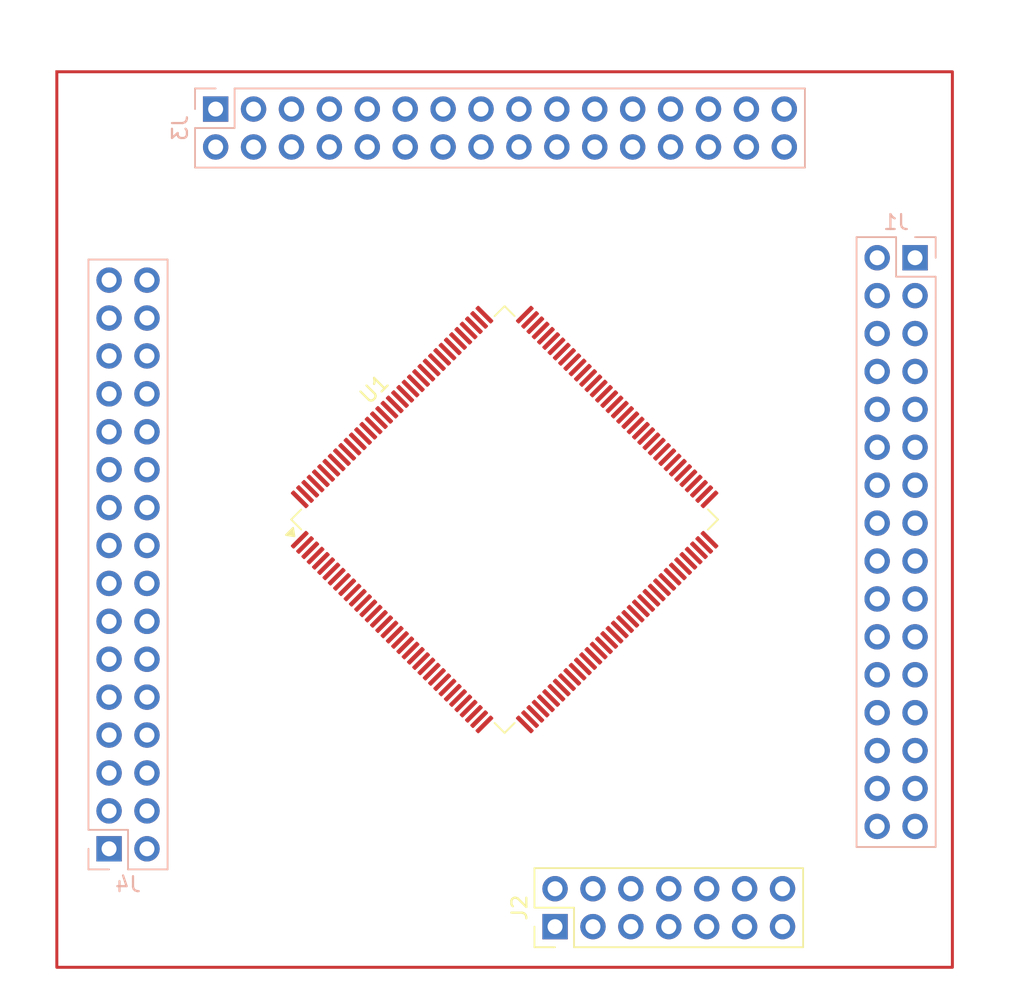
<source format=kicad_pcb>
(kicad_pcb (version 20241229) (generator "pcbnew") (generator_version "9.0")
  (layers (0 "F.Cu" signal) (2 "B.Cu" signal) (13 "F.Paste" user) (15 "B.Paste" user) (5 "F.SilkS" user "F.Silkscreen") (7 "B.SilkS" user "B.Silkscreen") (1 "F.Mask" user) (3 "B.Mask" user) (25 "Edge.Cuts" user))
  (net 0 "")
  (net 3 "GND")
  (net 7 "+3.3V")
  (net 14 "/VDDLDO")
  (net 19 "/VCAP1")
  (net 21 "Net-(J2-JTMS{slash}SWDIO)")
  (net 22 "Net-(J2-VCP_TX)")
  (net 25 "Net-(J2-VCP_RX)")
  (net 27 "Net-(J2-JTDO{slash}SWO)")
  (net 28 "Net-(J2-JCLK{slash}SWCLK)")
  (net 29 "Net-(J2-~{RST})")
  (net 30 "Net-(J2-JTDI{slash}NC)")
  (net 31 "/PB2")
  (net 32 "/LSE_OUT")
  (net 33 "/PE14")
  (net 34 "/PE11")
  (net 35 "/PD13")
  (net 36 "/PC1")
  (net 37 "/PC5")
  (net 38 "/PD5")
  (net 39 "/PC13")
  (net 40 "/PC10")
  (net 41 "/VLXSMPS")
  (net 42 "/PC11")
  (net 43 "/PD8")
  (net 44 "/PA2")
  (net 45 "/BOOT0")
  (net 46 "/PG10")
  (net 47 "/PE4")
  (net 48 "/PDR_ON")
  (net 49 "/PA7")
  (net 50 "/PE6")
  (net 51 "/PF9")
  (net 52 "/PC2")
  (net 53 "/PA4")
  (net 54 "/PC14")
  (net 55 "/HSE_IN")
  (net 56 "/PB11")
  (net 57 "/PC3")
  (net 58 "/PE3")
  (net 59 "/PB7")
  (net 60 "/PB6")
  (net 61 "/PD10")
  (net 62 "+3.3VA")
  (net 63 "/PE2")
  (net 64 "/PG11")
  (net 65 "/PG8")
  (net 66 "/PD12")
  (net 67 "/PB1")
  (net 68 "/PD11")
  (net 69 "/PD0")
  (net 70 "/PA10")
  (net 71 "/PC0")
  (net 72 "/PD9")
  (net 73 "/PB4")
  (net 74 "/PC4")
  (net 75 "/PA8")
  (net 76 "/PF6")
  (net 77 "/PD15")
  (net 78 "/PA11")
  (net 79 "/PG7")
  (net 80 "/PB0")
  (net 81 "/PD1")
  (net 82 "/PG9")
  (net 83 "/PE13")
  (net 84 "/PB10")
  (net 85 "/VBUS")
  (net 86 "/PG12")
  (net 87 "/PB13")
  (net 88 "/PF11")
  (net 89 "/PB8")
  (net 90 "/PD7")
  (net 91 "/PC12")
  (net 92 "/PA6")
  (net 93 "/PA0")
  (net 94 "/PD3")
  (net 95 "/PE1")
  (net 96 "/PE0")
  (net 97 "/PE12")
  (net 98 "/VDD33_USB")
  (net 99 "/PG6")
  (net 100 "/VREF+")
  (net 101 "/PD2")
  (net 102 "/PF14")
  (net 103 "/PB12")
  (net 104 "/PF8")
  (net 105 "/PG13")
  (net 106 "/LSE_IN")
  (net 107 "/NRST")
  (net 108 "/PA3")
  (net 109 "/PD4")
  (net 110 "/PF15")
  (net 111 "/HSE_OUT")
  (net 112 "/PC7")
  (net 113 "/PE15")
  (net 114 "/PA9")
  (net 115 "/PE5")
  (net 116 "/PE10")
  (net 117 "/PE8")
  (net 118 "/PC8")
  (net 119 "/PA12")
  (net 120 "/PG14")
  (net 121 "/PC9")
  (net 122 "/PD6")
  (net 123 "/PB9")
  (net 124 "/PC6")
  (net 125 "/PE9")
  (net 126 "/PD14")
  (net 127 "/PA5")
  (net 128 "/JTDO{slash}SWO")
  (net 129 "/PF10")
  (net 130 "/PE7")
  (net 131 "/PC15")
  (net 132 "/PB5")
  (net 133 "/JTDI")
  (net 134 "/PF7")
  (net 135 "/PA1")
  (net 136 "/JTMS{slash}SWDIO")
  (footprint "Connector_PinHeader_2.54mm:PinHeader_2x07_P2.54mm_Vertical" (layer "F.Cu") (at 103.38 127.275 90)
    (property "Reference" "J2" (at 1.27 -2.38 90) (layer "F.SilkS"))
    (property "Value" "Conn_ST_STDC14")
    (fp_line (start 3.92 -1.38) (end 3.92 16.62) (stroke (width 0.12)) (layer "F.SilkS"))
    (fp_line (start 1.27 -1.38) (end 3.92 -1.38) (stroke (width 0.12)) (layer "F.SilkS"))
    (fp_line (start -1.38 -1.38) (end 0 -1.38) (stroke (width 0.12)) (layer "F.SilkS"))
    (fp_line (start -1.38 0) (end -1.38 -1.38) (stroke (width 0.12)) (layer "F.SilkS"))
    (fp_line (start 1.27 1.27) (end 1.27 -1.38) (stroke (width 0.12)) (layer "F.SilkS"))
    (fp_line (start -1.38 1.27) (end 1.27 1.27) (stroke (width 0.12)) (layer "F.SilkS"))
    (fp_line (start -1.38 1.27) (end -1.38 16.62) (stroke (width 0.12)) (layer "F.SilkS"))
    (fp_line (start -1.38 16.62) (end 3.92 16.62) (stroke (width 0.12)) (layer "F.SilkS"))
    (pad "1" thru_hole rect (at 0 0 90) (size 1.7 1.7) (drill 1) (layers "*.Cu" "*.Mask"))
    (pad "2" thru_hole circle (at 2.54 0 90) (size 1.7 1.7) (drill 1) (layers "*.Cu" "*.Mask"))
    (pad "3" thru_hole circle (at 0 2.54 90) (size 1.7 1.7) (drill 1) (layers "*.Cu" "*.Mask") (net 7 "+3.3V"))
    (pad "4" thru_hole circle (at 2.54 2.54 90) (size 1.7 1.7) (drill 1) (layers "*.Cu" "*.Mask") (net 21 "Net-(J2-JTMS{slash}SWDIO)"))
    (pad "5" thru_hole circle (at 0 5.08 90) (size 1.7 1.7) (drill 1) (layers "*.Cu" "*.Mask") (net 3 "GND"))
    (pad "6" thru_hole circle (at 2.54 5.08 90) (size 1.7 1.7) (drill 1) (layers "*.Cu" "*.Mask") (net 28 "Net-(J2-JCLK{slash}SWCLK)"))
    (pad "7" thru_hole circle (at 0 7.62 90) (size 1.7 1.7) (drill 1) (layers "*.Cu" "*.Mask") (net 3 "GND"))
    (pad "8" thru_hole circle (at 2.54 7.62 90) (size 1.7 1.7) (drill 1) (layers "*.Cu" "*.Mask") (net 27 "Net-(J2-JTDO{slash}SWO)"))
    (pad "9" thru_hole circle (at 0 10.16 90) (size 1.7 1.7) (drill 1) (layers "*.Cu" "*.Mask"))
    (pad "10" thru_hole circle (at 2.54 10.16 90) (size 1.7 1.7) (drill 1) (layers "*.Cu" "*.Mask") (net 30 "Net-(J2-JTDI{slash}NC)"))
    (pad "11" thru_hole circle (at 0 12.7 90) (size 1.7 1.7) (drill 1) (layers "*.Cu" "*.Mask") (net 3 "GND"))
    (pad "12" thru_hole circle (at 2.54 12.7 90) (size 1.7 1.7) (drill 1) (layers "*.Cu" "*.Mask") (net 29 "Net-(J2-~{RST})"))
    (pad "13" thru_hole circle (at 0 15.24 90) (size 1.7 1.7) (drill 1) (layers "*.Cu" "*.Mask") (net 25 "Net-(J2-VCP_RX)"))
    (pad "14" thru_hole circle (at 2.54 15.24 90) (size 1.7 1.7) (drill 1) (layers "*.Cu" "*.Mask") (net 22 "Net-(J2-VCP_TX)"))
  )
  (footprint "Package_QFP:LQFP-144_20x20mm_P0.5mm" (layer "F.Cu") (at 100 100 45)
    (property "Reference" "U1" (at 0 -12.35 45) (layer "F.SilkS"))
    (property "Value" "STM32H755ZITx")
    (fp_line (start -10.11 -10.11) (end -9.160001 -10.11) (stroke (width 0.12)) (layer "F.SilkS"))
    (fp_line (start -10.11 -9.160001) (end -10.11 -10.11) (stroke (width 0.12)) (layer "F.SilkS"))
    (fp_line (start 9.160001 -10.11) (end 10.11 -10.11) (stroke (width 0.12)) (layer "F.SilkS"))
    (fp_line (start 10.11 -10.11) (end 10.11 -9.160001) (stroke (width 0.12)) (layer "F.SilkS"))
    (fp_line (start -10.11 10.11) (end -10.11 9.160001) (stroke (width 0.12)) (layer "F.SilkS"))
    (fp_line (start -9.160001 10.11) (end -10.11 10.11) (stroke (width 0.12)) (layer "F.SilkS"))
    (fp_line (start 10.11 9.160001) (end 10.11 10.11) (stroke (width 0.12)) (layer "F.SilkS"))
    (fp_line (start 10.11 10.11) (end 9.160001 10.11) (stroke (width 0.12)) (layer "F.SilkS"))
    (fp_poly (pts (xy -10.75 -9.16) (xy -11.09 -9.63) (xy -10.41 -9.63)) (stroke (width 0.12)) (fill yes) (layer "F.SilkS"))
    (pad "1" smd roundrect (at -10.6625 -8.75 45) (size 1.475 0.3) (layers "F.Cu" "F.Mask" "F.Paste") (net 63 "/PE2"))
    (pad "2" smd roundrect (at -10.6625 -8.25 45) (size 1.475 0.3) (layers "F.Cu" "F.Mask" "F.Paste") (net 58 "/PE3"))
    (pad "3" smd roundrect (at -10.662501 -7.75 45) (size 1.475 0.3) (layers "F.Cu" "F.Mask" "F.Paste") (net 47 "/PE4"))
    (pad "4" smd roundrect (at -10.6625 -7.25 45) (size 1.475 0.3) (layers "F.Cu" "F.Mask" "F.Paste") (net 115 "/PE5"))
    (pad "5" smd roundrect (at -10.6625 -6.75 45) (size 1.475 0.3) (layers "F.Cu" "F.Mask" "F.Paste") (net 50 "/PE6"))
    (pad "6" smd roundrect (at -10.6625 -6.249999 45) (size 1.475 0.3) (layers "F.Cu" "F.Mask" "F.Paste") (net 3 "GND"))
    (pad "7" smd roundrect (at -10.6625 -5.75 45) (size 1.475 0.3) (layers "F.Cu" "F.Mask" "F.Paste") (net 7 "+3.3V"))
    (pad "8" smd roundrect (at -10.6625 -5.250001 45) (size 1.475 0.3) (layers "F.Cu" "F.Mask" "F.Paste") (net 7 "+3.3V"))
    (pad "9" smd roundrect (at -10.6625 -4.75 45) (size 1.475 0.3) (layers "F.Cu" "F.Mask" "F.Paste") (net 39 "/PC13"))
    (pad "10" smd roundrect (at -10.6625 -4.25 45) (size 1.475 0.3) (layers "F.Cu" "F.Mask" "F.Paste") (net 54 "/PC14"))
    (pad "11" smd roundrect (at -10.6625 -3.749999 45) (size 1.475 0.3) (layers "F.Cu" "F.Mask" "F.Paste") (net 131 "/PC15"))
    (pad "12" smd roundrect (at -10.6625 -3.25 45) (size 1.475 0.3) (layers "F.Cu" "F.Mask" "F.Paste") (net 3 "GND"))
    (pad "13" smd roundrect (at -10.6625 -2.75 45) (size 1.475 0.3) (layers "F.Cu" "F.Mask" "F.Paste") (net 7 "+3.3V"))
    (pad "14" smd roundrect (at -10.6625 -2.25 45) (size 1.475 0.3) (layers "F.Cu" "F.Mask" "F.Paste") (net 3 "GND"))
    (pad "15" smd roundrect (at -10.6625 -1.75 45) (size 1.475 0.3) (layers "F.Cu" "F.Mask" "F.Paste") (net 41 "/VLXSMPS"))
    (pad "16" smd roundrect (at -10.662501 -1.25 45) (size 1.475 0.3) (layers "F.Cu" "F.Mask" "F.Paste") (net 7 "+3.3V"))
    (pad "17" smd roundrect (at -10.6625 -0.75 45) (size 1.475 0.3) (layers "F.Cu" "F.Mask" "F.Paste") (net 14 "/VDDLDO"))
    (pad "18" smd roundrect (at -10.6625 -0.25 45) (size 1.475 0.3) (layers "F.Cu" "F.Mask" "F.Paste") (net 3 "GND"))
    (pad "19" smd roundrect (at -10.6625 0.25 45) (size 1.475 0.3) (layers "F.Cu" "F.Mask" "F.Paste") (net 7 "+3.3V"))
    (pad "20" smd roundrect (at -10.6625 0.75 45) (size 1.475 0.3) (layers "F.Cu" "F.Mask" "F.Paste") (net 76 "/PF6"))
    (pad "21" smd roundrect (at -10.662501 1.25 45) (size 1.475 0.3) (layers "F.Cu" "F.Mask" "F.Paste") (net 134 "/PF7"))
    (pad "22" smd roundrect (at -10.6625 1.75 45) (size 1.475 0.3) (layers "F.Cu" "F.Mask" "F.Paste") (net 104 "/PF8"))
    (pad "23" smd roundrect (at -10.6625 2.25 45) (size 1.475 0.3) (layers "F.Cu" "F.Mask" "F.Paste") (net 51 "/PF9"))
    (pad "24" smd roundrect (at -10.6625 2.75 45) (size 1.475 0.3) (layers "F.Cu" "F.Mask" "F.Paste") (net 129 "/PF10"))
    (pad "25" smd roundrect (at -10.6625 3.25 45) (size 1.475 0.3) (layers "F.Cu" "F.Mask" "F.Paste") (net 55 "/HSE_IN"))
    (pad "26" smd roundrect (at -10.6625 3.749999 45) (size 1.475 0.3) (layers "F.Cu" "F.Mask" "F.Paste") (net 111 "/HSE_OUT"))
    (pad "27" smd roundrect (at -10.6625 4.25 45) (size 1.475 0.3) (layers "F.Cu" "F.Mask" "F.Paste") (net 107 "/NRST"))
    (pad "28" smd roundrect (at -10.6625 4.75 45) (size 1.475 0.3) (layers "F.Cu" "F.Mask" "F.Paste") (net 71 "/PC0"))
    (pad "29" smd roundrect (at -10.6625 5.250001 45) (size 1.475 0.3) (layers "F.Cu" "F.Mask" "F.Paste") (net 36 "/PC1"))
    (pad "30" smd roundrect (at -10.6625 5.75 45) (size 1.475 0.3) (layers "F.Cu" "F.Mask" "F.Paste") (net 52 "/PC2"))
    (pad "31" smd roundrect (at -10.6625 6.249999 45) (size 1.475 0.3) (layers "F.Cu" "F.Mask" "F.Paste") (net 57 "/PC3"))
    (pad "32" smd roundrect (at -10.6625 6.75 45) (size 1.475 0.3) (layers "F.Cu" "F.Mask" "F.Paste") (net 7 "+3.3V"))
    (pad "33" smd roundrect (at -10.6625 7.25 45) (size 1.475 0.3) (layers "F.Cu" "F.Mask" "F.Paste") (net 3 "GND"))
    (pad "34" smd roundrect (at -10.662501 7.75 45) (size 1.475 0.3) (layers "F.Cu" "F.Mask" "F.Paste") (net 3 "GND"))
    (pad "35" smd roundrect (at -10.6625 8.25 45) (size 1.475 0.3) (layers "F.Cu" "F.Mask" "F.Paste") (net 100 "/VREF+"))
    (pad "36" smd roundrect (at -10.6625 8.75 45) (size 1.475 0.3) (layers "F.Cu" "F.Mask" "F.Paste") (net 62 "+3.3VA"))
    (pad "37" smd roundrect (at -8.75 10.6625 45) (size 0.3 1.475) (layers "F.Cu" "F.Mask" "F.Paste") (net 93 "/PA0"))
    (pad "38" smd roundrect (at -8.25 10.6625 45) (size 0.3 1.475) (layers "F.Cu" "F.Mask" "F.Paste") (net 135 "/PA1"))
    (pad "39" smd roundrect (at -7.75 10.662501 45) (size 0.3 1.475) (layers "F.Cu" "F.Mask" "F.Paste") (net 44 "/PA2"))
    (pad "40" smd roundrect (at -7.25 10.6625 45) (size 0.3 1.475) (layers "F.Cu" "F.Mask" "F.Paste") (net 108 "/PA3"))
    (pad "41" smd roundrect (at -6.75 10.6625 45) (size 0.3 1.475) (layers "F.Cu" "F.Mask" "F.Paste") (net 3 "GND"))
    (pad "42" smd roundrect (at -6.249999 10.6625 45) (size 0.3 1.475) (layers "F.Cu" "F.Mask" "F.Paste") (net 7 "+3.3V"))
    (pad "43" smd roundrect (at -5.75 10.6625 45) (size 0.3 1.475) (layers "F.Cu" "F.Mask" "F.Paste") (net 53 "/PA4"))
    (pad "44" smd roundrect (at -5.250001 10.6625 45) (size 0.3 1.475) (layers "F.Cu" "F.Mask" "F.Paste") (net 127 "/PA5"))
    (pad "45" smd roundrect (at -4.75 10.6625 45) (size 0.3 1.475) (layers "F.Cu" "F.Mask" "F.Paste") (net 92 "/PA6"))
    (pad "46" smd roundrect (at -4.25 10.6625 45) (size 0.3 1.475) (layers "F.Cu" "F.Mask" "F.Paste") (net 49 "/PA7"))
    (pad "47" smd roundrect (at -3.749999 10.6625 45) (size 0.3 1.475) (layers "F.Cu" "F.Mask" "F.Paste") (net 74 "/PC4"))
    (pad "48" smd roundrect (at -3.25 10.6625 45) (size 0.3 1.475) (layers "F.Cu" "F.Mask" "F.Paste") (net 37 "/PC5"))
    (pad "49" smd roundrect (at -2.75 10.6625 45) (size 0.3 1.475) (layers "F.Cu" "F.Mask" "F.Paste") (net 80 "/PB0"))
    (pad "50" smd roundrect (at -2.25 10.6625 45) (size 0.3 1.475) (layers "F.Cu" "F.Mask" "F.Paste") (net 67 "/PB1"))
    (pad "51" smd roundrect (at -1.75 10.6625 45) (size 0.3 1.475) (layers "F.Cu" "F.Mask" "F.Paste") (net 31 "/PB2"))
    (pad "52" smd roundrect (at -1.25 10.662501 45) (size 0.3 1.475) (layers "F.Cu" "F.Mask" "F.Paste") (net 88 "/PF11"))
    (pad "53" smd roundrect (at -0.75 10.6625 45) (size 0.3 1.475) (layers "F.Cu" "F.Mask" "F.Paste") (net 102 "/PF14"))
    (pad "54" smd roundrect (at -0.25 10.6625 45) (size 0.3 1.475) (layers "F.Cu" "F.Mask" "F.Paste") (net 110 "/PF15"))
    (pad "55" smd roundrect (at 0.25 10.6625 45) (size 0.3 1.475) (layers "F.Cu" "F.Mask" "F.Paste") (net 3 "GND"))
    (pad "56" smd roundrect (at 0.75 10.6625 45) (size 0.3 1.475) (layers "F.Cu" "F.Mask" "F.Paste") (net 7 "+3.3V"))
    (pad "57" smd roundrect (at 1.25 10.662501 45) (size 0.3 1.475) (layers "F.Cu" "F.Mask" "F.Paste") (net 130 "/PE7"))
    (pad "58" smd roundrect (at 1.75 10.6625 45) (size 0.3 1.475) (layers "F.Cu" "F.Mask" "F.Paste") (net 117 "/PE8"))
    (pad "59" smd roundrect (at 2.25 10.6625 45) (size 0.3 1.475) (layers "F.Cu" "F.Mask" "F.Paste") (net 125 "/PE9"))
    (pad "60" smd roundrect (at 2.75 10.6625 45) (size 0.3 1.475) (layers "F.Cu" "F.Mask" "F.Paste") (net 116 "/PE10"))
    (pad "61" smd roundrect (at 3.25 10.6625 45) (size 0.3 1.475) (layers "F.Cu" "F.Mask" "F.Paste") (net 34 "/PE11"))
    (pad "62" smd roundrect (at 3.749999 10.6625 45) (size 0.3 1.475) (layers "F.Cu" "F.Mask" "F.Paste") (net 97 "/PE12"))
    (pad "63" smd roundrect (at 4.25 10.6625 45) (size 0.3 1.475) (layers "F.Cu" "F.Mask" "F.Paste") (net 83 "/PE13"))
    (pad "64" smd roundrect (at 4.75 10.6625 45) (size 0.3 1.475) (layers "F.Cu" "F.Mask" "F.Paste") (net 33 "/PE14"))
    (pad "65" smd roundrect (at 5.250001 10.6625 45) (size 0.3 1.475) (layers "F.Cu" "F.Mask" "F.Paste") (net 113 "/PE15"))
    (pad "66" smd roundrect (at 5.75 10.6625 45) (size 0.3 1.475) (layers "F.Cu" "F.Mask" "F.Paste") (net 84 "/PB10"))
    (pad "67" smd roundrect (at 6.249999 10.6625 45) (size 0.3 1.475) (layers "F.Cu" "F.Mask" "F.Paste") (net 56 "/PB11"))
    (pad "68" smd roundrect (at 6.75 10.6625 45) (size 0.3 1.475) (layers "F.Cu" "F.Mask" "F.Paste") (net 19 "/VCAP1"))
    (pad "69" smd roundrect (at 7.25 10.6625 45) (size 0.3 1.475) (layers "F.Cu" "F.Mask" "F.Paste") (net 3 "GND"))
    (pad "70" smd roundrect (at 7.75 10.662501 45) (size 0.3 1.475) (layers "F.Cu" "F.Mask" "F.Paste") (net 14 "/VDDLDO"))
    (pad "71" smd roundrect (at 8.25 10.6625 45) (size 0.3 1.475) (layers "F.Cu" "F.Mask" "F.Paste") (net 7 "+3.3V"))
    (pad "72" smd roundrect (at 8.75 10.6625 45) (size 0.3 1.475) (layers "F.Cu" "F.Mask" "F.Paste") (net 103 "/PB12"))
    (pad "73" smd roundrect (at 10.6625 8.75 45) (size 1.475 0.3) (layers "F.Cu" "F.Mask" "F.Paste") (net 87 "/PB13"))
    (pad "74" smd roundrect (at 10.6625 8.25 45) (size 1.475 0.3) (layers "F.Cu" "F.Mask" "F.Paste") (net 106 "/LSE_IN"))
    (pad "75" smd roundrect (at 10.662501 7.75 45) (size 1.475 0.3) (layers "F.Cu" "F.Mask" "F.Paste") (net 32 "/LSE_OUT"))
    (pad "76" smd roundrect (at 10.6625 7.25 45) (size 1.475 0.3) (layers "F.Cu" "F.Mask" "F.Paste") (net 43 "/PD8"))
    (pad "77" smd roundrect (at 10.6625 6.75 45) (size 1.475 0.3) (layers "F.Cu" "F.Mask" "F.Paste") (net 72 "/PD9"))
    (pad "78" smd roundrect (at 10.6625 6.249999 45) (size 1.475 0.3) (layers "F.Cu" "F.Mask" "F.Paste") (net 61 "/PD10"))
    (pad "79" smd roundrect (at 10.6625 5.75 45) (size 1.475 0.3) (layers "F.Cu" "F.Mask" "F.Paste") (net 7 "+3.3V"))
    (pad "80" smd roundrect (at 10.6625 5.250001 45) (size 1.475 0.3) (layers "F.Cu" "F.Mask" "F.Paste") (net 3 "GND"))
    (pad "81" smd roundrect (at 10.6625 4.75 45) (size 1.475 0.3) (layers "F.Cu" "F.Mask" "F.Paste") (net 68 "/PD11"))
    (pad "82" smd roundrect (at 10.6625 4.25 45) (size 1.475 0.3) (layers "F.Cu" "F.Mask" "F.Paste") (net 66 "/PD12"))
    (pad "83" smd roundrect (at 10.6625 3.749999 45) (size 1.475 0.3) (layers "F.Cu" "F.Mask" "F.Paste") (net 35 "/PD13"))
    (pad "84" smd roundrect (at 10.6625 3.25 45) (size 1.475 0.3) (layers "F.Cu" "F.Mask" "F.Paste") (net 126 "/PD14"))
    (pad "85" smd roundrect (at 10.6625 2.75 45) (size 1.475 0.3) (layers "F.Cu" "F.Mask" "F.Paste") (net 77 "/PD15"))
    (pad "86" smd roundrect (at 10.6625 2.25 45) (size 1.475 0.3) (layers "F.Cu" "F.Mask" "F.Paste") (net 99 "/PG6"))
    (pad "87" smd roundrect (at 10.6625 1.75 45) (size 1.475 0.3) (layers "F.Cu" "F.Mask" "F.Paste") (net 79 "/PG7"))
    (pad "88" smd roundrect (at 10.662501 1.25 45) (size 1.475 0.3) (layers "F.Cu" "F.Mask" "F.Paste") (net 65 "/PG8"))
    (pad "89" smd roundrect (at 10.6625 0.75 45) (size 1.475 0.3) (layers "F.Cu" "F.Mask" "F.Paste") (net 3 "GND"))
    (pad "90" smd roundrect (at 10.6625 0.25 45) (size 1.475 0.3) (layers "F.Cu" "F.Mask" "F.Paste") (net 85 "/VBUS"))
    (pad "91" smd roundrect (at 10.6625 -0.25 45) (size 1.475 0.3) (layers "F.Cu" "F.Mask" "F.Paste") (net 98 "/VDD33_USB"))
    (pad "92" smd roundrect (at 10.6625 -0.75 45) (size 1.475 0.3) (layers "F.Cu" "F.Mask" "F.Paste") (net 7 "+3.3V"))
    (pad "93" smd roundrect (at 10.662501 -1.25 45) (size 1.475 0.3) (layers "F.Cu" "F.Mask" "F.Paste") (net 124 "/PC6"))
    (pad "94" smd roundrect (at 10.6625 -1.75 45) (size 1.475 0.3) (layers "F.Cu" "F.Mask" "F.Paste") (net 112 "/PC7"))
    (pad "95" smd roundrect (at 10.6625 -2.25 45) (size 1.475 0.3) (layers "F.Cu" "F.Mask" "F.Paste") (net 118 "/PC8"))
    (pad "96" smd roundrect (at 10.6625 -2.75 45) (size 1.475 0.3) (layers "F.Cu" "F.Mask" "F.Paste") (net 121 "/PC9"))
    (pad "97" smd roundrect (at 10.6625 -3.25 45) (size 1.475 0.3) (layers "F.Cu" "F.Mask" "F.Paste") (net 75 "/PA8"))
    (pad "98" smd roundrect (at 10.6625 -3.749999 45) (size 1.475 0.3) (layers "F.Cu" "F.Mask" "F.Paste") (net 114 "/PA9"))
    (pad "99" smd roundrect (at 10.6625 -4.25 45) (size 1.475 0.3) (layers "F.Cu" "F.Mask" "F.Paste") (net 70 "/PA10"))
    (pad "100" smd roundrect (at 10.6625 -4.75 45) (size 1.475 0.3) (layers "F.Cu" "F.Mask" "F.Paste") (net 78 "/PA11"))
    (pad "101" smd roundrect (at 10.6625 -5.250001 45) (size 1.475 0.3) (layers "F.Cu" "F.Mask" "F.Paste") (net 119 "/PA12"))
    (pad "102" smd roundrect (at 10.6625 -5.75 45) (size 1.475 0.3) (layers "F.Cu" "F.Mask" "F.Paste") (net 136 "/JTMS{slash}SWDIO"))
    (pad "103" smd roundrect (at 10.6625 -6.249999 45) (size 1.475 0.3) (layers "F.Cu" "F.Mask" "F.Paste") (net 19 "/VCAP1"))
    (pad "104" smd roundrect (at 10.6625 -6.75 45) (size 1.475 0.3) (layers "F.Cu" "F.Mask" "F.Paste") (net 3 "GND"))
    (pad "105" smd roundrect (at 10.6625 -7.25 45) (size 1.475 0.3) (layers "F.Cu" "F.Mask" "F.Paste") (net 14 "/VDDLDO"))
    (pad "106" smd roundrect (at 10.662501 -7.75 45) (size 1.475 0.3) (layers "F.Cu" "F.Mask" "F.Paste") (net 7 "+3.3V"))
    (pad "107" smd roundrect (at 10.6625 -8.25 45) (size 1.475 0.3) (layers "F.Cu" "F.Mask" "F.Paste") (net 128 "/JTDO{slash}SWO"))
    (pad "108" smd roundrect (at 10.6625 -8.75 45) (size 1.475 0.3) (layers "F.Cu" "F.Mask" "F.Paste") (net 133 "/JTDI"))
    (pad "109" smd roundrect (at 8.75 -10.6625 45) (size 0.3 1.475) (layers "F.Cu" "F.Mask" "F.Paste") (net 40 "/PC10"))
    (pad "110" smd roundrect (at 8.25 -10.6625 45) (size 0.3 1.475) (layers "F.Cu" "F.Mask" "F.Paste") (net 42 "/PC11"))
    (pad "111" smd roundrect (at 7.75 -10.662501 45) (size 0.3 1.475) (layers "F.Cu" "F.Mask" "F.Paste") (net 91 "/PC12"))
    (pad "112" smd roundrect (at 7.25 -10.6625 45) (size 0.3 1.475) (layers "F.Cu" "F.Mask" "F.Paste") (net 69 "/PD0"))
    (pad "113" smd roundrect (at 6.75 -10.6625 45) (size 0.3 1.475) (layers "F.Cu" "F.Mask" "F.Paste") (net 81 "/PD1"))
    (pad "114" smd roundrect (at 6.249999 -10.6625 45) (size 0.3 1.475) (layers "F.Cu" "F.Mask" "F.Paste") (net 101 "/PD2"))
    (pad "115" smd roundrect (at 5.75 -10.6625 45) (size 0.3 1.475) (layers "F.Cu" "F.Mask" "F.Paste") (net 94 "/PD3"))
    (pad "116" smd roundrect (at 5.250001 -10.6625 45) (size 0.3 1.475) (layers "F.Cu" "F.Mask" "F.Paste") (net 109 "/PD4"))
    (pad "117" smd roundrect (at 4.75 -10.6625 45) (size 0.3 1.475) (layers "F.Cu" "F.Mask" "F.Paste") (net 38 "/PD5"))
    (pad "118" smd roundrect (at 4.25 -10.6625 45) (size 0.3 1.475) (layers "F.Cu" "F.Mask" "F.Paste") (net 3 "GND"))
    (pad "119" smd roundrect (at 3.749999 -10.6625 45) (size 0.3 1.475) (layers "F.Cu" "F.Mask" "F.Paste") (net 7 "+3.3V"))
    (pad "120" smd roundrect (at 3.25 -10.6625 45) (size 0.3 1.475) (layers "F.Cu" "F.Mask" "F.Paste") (net 122 "/PD6"))
    (pad "121" smd roundrect (at 2.75 -10.6625 45) (size 0.3 1.475) (layers "F.Cu" "F.Mask" "F.Paste") (net 90 "/PD7"))
    (pad "122" smd roundrect (at 2.25 -10.6625 45) (size 0.3 1.475) (layers "F.Cu" "F.Mask" "F.Paste") (net 82 "/PG9"))
    (pad "123" smd roundrect (at 1.75 -10.6625 45) (size 0.3 1.475) (layers "F.Cu" "F.Mask" "F.Paste") (net 46 "/PG10"))
    (pad "124" smd roundrect (at 1.25 -10.662501 45) (size 0.3 1.475) (layers "F.Cu" "F.Mask" "F.Paste") (net 64 "/PG11"))
    (pad "125" smd roundrect (at 0.75 -10.6625 45) (size 0.3 1.475) (layers "F.Cu" "F.Mask" "F.Paste") (net 86 "/PG12"))
    (pad "126" smd roundrect (at 0.25 -10.6625 45) (size 0.3 1.475) (layers "F.Cu" "F.Mask" "F.Paste") (net 105 "/PG13"))
    (pad "127" smd roundrect (at -0.25 -10.6625 45) (size 0.3 1.475) (layers "F.Cu" "F.Mask" "F.Paste") (net 120 "/PG14"))
    (pad "128" smd roundrect (at -0.75 -10.6625 45) (size 0.3 1.475) (layers "F.Cu" "F.Mask" "F.Paste") (net 3 "GND"))
    (pad "129" smd roundrect (at -1.25 -10.662501 45) (size 0.3 1.475) (layers "F.Cu" "F.Mask" "F.Paste") (net 7 "+3.3V"))
    (pad "130" smd roundrect (at -1.75 -10.6625 45) (size 0.3 1.475) (layers "F.Cu" "F.Mask" "F.Paste") (net 128 "/JTDO{slash}SWO"))
    (pad "131" smd roundrect (at -2.25 -10.6625 45) (size 0.3 1.475) (layers "F.Cu" "F.Mask" "F.Paste") (net 73 "/PB4"))
    (pad "132" smd roundrect (at -2.75 -10.6625 45) (size 0.3 1.475) (layers "F.Cu" "F.Mask" "F.Paste") (net 132 "/PB5"))
    (pad "133" smd roundrect (at -3.25 -10.6625 45) (size 0.3 1.475) (layers "F.Cu" "F.Mask" "F.Paste") (net 60 "/PB6"))
    (pad "134" smd roundrect (at -3.749999 -10.6625 45) (size 0.3 1.475) (layers "F.Cu" "F.Mask" "F.Paste") (net 59 "/PB7"))
    (pad "135" smd roundrect (at -4.25 -10.6625 45) (size 0.3 1.475) (layers "F.Cu" "F.Mask" "F.Paste") (net 45 "/BOOT0"))
    (pad "136" smd roundrect (at -4.75 -10.6625 45) (size 0.3 1.475) (layers "F.Cu" "F.Mask" "F.Paste") (net 89 "/PB8"))
    (pad "137" smd roundrect (at -5.250001 -10.6625 45) (size 0.3 1.475) (layers "F.Cu" "F.Mask" "F.Paste") (net 123 "/PB9"))
    (pad "138" smd roundrect (at -5.75 -10.6625 45) (size 0.3 1.475) (layers "F.Cu" "F.Mask" "F.Paste") (net 96 "/PE0"))
    (pad "139" smd roundrect (at -6.249999 -10.6625 45) (size 0.3 1.475) (layers "F.Cu" "F.Mask" "F.Paste") (net 95 "/PE1"))
    (pad "140" smd roundrect (at -6.75 -10.6625 45) (size 0.3 1.475) (layers "F.Cu" "F.Mask" "F.Paste") (net 19 "/VCAP1"))
    (pad "141" smd roundrect (at -7.25 -10.6625 45) (size 0.3 1.475) (layers "F.Cu" "F.Mask" "F.Paste") (net 3 "GND"))
    (pad "142" smd roundrect (at -7.75 -10.662501 45) (size 0.3 1.475) (layers "F.Cu" "F.Mask" "F.Paste") (net 48 "/PDR_ON"))
    (pad "143" smd roundrect (at -8.25 -10.6625 45) (size 0.3 1.475) (layers "F.Cu" "F.Mask" "F.Paste") (net 14 "/VDDLDO"))
    (pad "144" smd roundrect (at -8.75 -10.6625 45) (size 0.3 1.475) (layers "F.Cu" "F.Mask" "F.Paste") (net 7 "+3.3V"))
  )
  (footprint "Connector_PinHeader_2.54mm:PinHeader_2x16_P2.54mm_Vertical" (layer "B.Cu") (at 127.5 82.46 180)
    (property "Reference" "J1" (at 1.27 2.38 0) (layer "B.SilkS") (effects (justify mirror)))
    (property "Value" "Conn_02x16_Odd_Even")
    (fp_line (start 3.92 1.38) (end 3.92 -39.48) (stroke (width 0.12)) (layer "B.SilkS"))
    (fp_line (start 1.27 1.38) (end 3.92 1.38) (stroke (width 0.12)) (layer "B.SilkS"))
    (fp_line (start 1.27 -1.27) (end 1.27 1.38) (stroke (width 0.12)) (layer "B.SilkS"))
    (fp_line (start -1.38 1.38) (end 0 1.38) (stroke (width 0.12)) (layer "B.SilkS"))
    (fp_line (start -1.38 0) (end -1.38 1.38) (stroke (width 0.12)) (layer "B.SilkS"))
    (fp_line (start -1.38 -1.27) (end 1.27 -1.27) (stroke (width 0.12)) (layer "B.SilkS"))
    (fp_line (start -1.38 -1.27) (end -1.38 -39.48) (stroke (width 0.12)) (layer "B.SilkS"))
    (fp_line (start -1.38 -39.48) (end 3.92 -39.48) (stroke (width 0.12)) (layer "B.SilkS"))
    (pad "1" thru_hole rect (at 0 0 180) (size 1.7 1.7) (drill 1) (layers "*.Cu" "*.Mask"))
    (pad "2" thru_hole circle (at 2.54 0 180) (size 1.7 1.7) (drill 1) (layers "*.Cu" "*.Mask"))
    (pad "3" thru_hole circle (at 0 -2.54 180) (size 1.7 1.7) (drill 1) (layers "*.Cu" "*.Mask"))
    (pad "4" thru_hole circle (at 2.54 -2.54 180) (size 1.7 1.7) (drill 1) (layers "*.Cu" "*.Mask"))
    (pad "5" thru_hole circle (at 0 -5.08 180) (size 1.7 1.7) (drill 1) (layers "*.Cu" "*.Mask"))
    (pad "6" thru_hole circle (at 2.54 -5.08 180) (size 1.7 1.7) (drill 1) (layers "*.Cu" "*.Mask"))
    (pad "7" thru_hole circle (at 0 -7.62 180) (size 1.7 1.7) (drill 1) (layers "*.Cu" "*.Mask"))
    (pad "8" thru_hole circle (at 2.54 -7.62 180) (size 1.7 1.7) (drill 1) (layers "*.Cu" "*.Mask"))
    (pad "9" thru_hole circle (at 0 -10.16 180) (size 1.7 1.7) (drill 1) (layers "*.Cu" "*.Mask"))
    (pad "10" thru_hole circle (at 2.54 -10.16 180) (size 1.7 1.7) (drill 1) (layers "*.Cu" "*.Mask"))
    (pad "11" thru_hole circle (at 0 -12.7 180) (size 1.7 1.7) (drill 1) (layers "*.Cu" "*.Mask"))
    (pad "12" thru_hole circle (at 2.54 -12.7 180) (size 1.7 1.7) (drill 1) (layers "*.Cu" "*.Mask"))
    (pad "13" thru_hole circle (at 0 -15.24 180) (size 1.7 1.7) (drill 1) (layers "*.Cu" "*.Mask"))
    (pad "14" thru_hole circle (at 2.54 -15.24 180) (size 1.7 1.7) (drill 1) (layers "*.Cu" "*.Mask"))
    (pad "15" thru_hole circle (at 0 -17.78 180) (size 1.7 1.7) (drill 1) (layers "*.Cu" "*.Mask"))
    (pad "16" thru_hole circle (at 2.54 -17.78 180) (size 1.7 1.7) (drill 1) (layers "*.Cu" "*.Mask"))
    (pad "17" thru_hole circle (at 0 -20.32 180) (size 1.7 1.7) (drill 1) (layers "*.Cu" "*.Mask"))
    (pad "18" thru_hole circle (at 2.54 -20.32 180) (size 1.7 1.7) (drill 1) (layers "*.Cu" "*.Mask"))
    (pad "19" thru_hole circle (at 0 -22.86 180) (size 1.7 1.7) (drill 1) (layers "*.Cu" "*.Mask"))
    (pad "20" thru_hole circle (at 2.54 -22.86 180) (size 1.7 1.7) (drill 1) (layers "*.Cu" "*.Mask"))
    (pad "21" thru_hole circle (at 0 -25.4 180) (size 1.7 1.7) (drill 1) (layers "*.Cu" "*.Mask"))
    (pad "22" thru_hole circle (at 2.54 -25.4 180) (size 1.7 1.7) (drill 1) (layers "*.Cu" "*.Mask"))
    (pad "23" thru_hole circle (at 0 -27.94 180) (size 1.7 1.7) (drill 1) (layers "*.Cu" "*.Mask"))
    (pad "24" thru_hole circle (at 2.54 -27.94 180) (size 1.7 1.7) (drill 1) (layers "*.Cu" "*.Mask"))
    (pad "25" thru_hole circle (at 0 -30.48 180) (size 1.7 1.7) (drill 1) (layers "*.Cu" "*.Mask"))
    (pad "26" thru_hole circle (at 2.54 -30.48 180) (size 1.7 1.7) (drill 1) (layers "*.Cu" "*.Mask"))
    (pad "27" thru_hole circle (at 0 -33.02 180) (size 1.7 1.7) (drill 1) (layers "*.Cu" "*.Mask"))
    (pad "28" thru_hole circle (at 2.54 -33.02 180) (size 1.7 1.7) (drill 1) (layers "*.Cu" "*.Mask"))
    (pad "29" thru_hole circle (at 0 -35.56 180) (size 1.7 1.7) (drill 1) (layers "*.Cu" "*.Mask"))
    (pad "30" thru_hole circle (at 2.54 -35.56 180) (size 1.7 1.7) (drill 1) (layers "*.Cu" "*.Mask"))
    (pad "31" thru_hole circle (at 0 -38.1 180) (size 1.7 1.7) (drill 1) (layers "*.Cu" "*.Mask"))
    (pad "32" thru_hole circle (at 2.54 -38.1 180) (size 1.7 1.7) (drill 1) (layers "*.Cu" "*.Mask"))
  )
  (footprint "Connector_PinHeader_2.54mm:PinHeader_2x16_P2.54mm_Vertical" (layer "B.Cu") (at 73.5 122.06)
    (property "Reference" "J4" (at 1.27 2.38 180) (layer "B.SilkS") (effects (justify mirror)))
    (property "Value" "Conn_02x16_Odd_Even")
    (fp_line (start -1.38 -39.48) (end 3.92 -39.48) (stroke (width 0.12)) (layer "B.SilkS"))
    (fp_line (start -1.38 -1.27) (end -1.38 -39.48) (stroke (width 0.12)) (layer "B.SilkS"))
    (fp_line (start -1.38 -1.27) (end 1.27 -1.27) (stroke (width 0.12)) (layer "B.SilkS"))
    (fp_line (start -1.38 0) (end -1.38 1.38) (stroke (width 0.12)) (layer "B.SilkS"))
    (fp_line (start -1.38 1.38) (end 0 1.38) (stroke (width 0.12)) (layer "B.SilkS"))
    (fp_line (start 1.27 -1.27) (end 1.27 1.38) (stroke (width 0.12)) (layer "B.SilkS"))
    (fp_line (start 1.27 1.38) (end 3.92 1.38) (stroke (width 0.12)) (layer "B.SilkS"))
    (fp_line (start 3.92 1.38) (end 3.92 -39.48) (stroke (width 0.12)) (layer "B.SilkS"))
    (pad "1" thru_hole rect (at 0 0) (size 1.7 1.7) (drill 1) (layers "*.Cu" "*.Mask"))
    (pad "2" thru_hole circle (at 2.54 0) (size 1.7 1.7) (drill 1) (layers "*.Cu" "*.Mask"))
    (pad "3" thru_hole circle (at 0 -2.54) (size 1.7 1.7) (drill 1) (layers "*.Cu" "*.Mask"))
    (pad "4" thru_hole circle (at 2.54 -2.54) (size 1.7 1.7) (drill 1) (layers "*.Cu" "*.Mask"))
    (pad "5" thru_hole circle (at 0 -5.08) (size 1.7 1.7) (drill 1) (layers "*.Cu" "*.Mask"))
    (pad "6" thru_hole circle (at 2.54 -5.08) (size 1.7 1.7) (drill 1) (layers "*.Cu" "*.Mask"))
    (pad "7" thru_hole circle (at 0 -7.62) (size 1.7 1.7) (drill 1) (layers "*.Cu" "*.Mask"))
    (pad "8" thru_hole circle (at 2.54 -7.62) (size 1.7 1.7) (drill 1) (layers "*.Cu" "*.Mask"))
    (pad "9" thru_hole circle (at 0 -10.16) (size 1.7 1.7) (drill 1) (layers "*.Cu" "*.Mask"))
    (pad "10" thru_hole circle (at 2.54 -10.16) (size 1.7 1.7) (drill 1) (layers "*.Cu" "*.Mask"))
    (pad "11" thru_hole circle (at 0 -12.7) (size 1.7 1.7) (drill 1) (layers "*.Cu" "*.Mask"))
    (pad "12" thru_hole circle (at 2.54 -12.7) (size 1.7 1.7) (drill 1) (layers "*.Cu" "*.Mask"))
    (pad "13" thru_hole circle (at 0 -15.24) (size 1.7 1.7) (drill 1) (layers "*.Cu" "*.Mask"))
    (pad "14" thru_hole circle (at 2.54 -15.24) (size 1.7 1.7) (drill 1) (layers "*.Cu" "*.Mask"))
    (pad "15" thru_hole circle (at 0 -17.78) (size 1.7 1.7) (drill 1) (layers "*.Cu" "*.Mask"))
    (pad "16" thru_hole circle (at 2.54 -17.78) (size 1.7 1.7) (drill 1) (layers "*.Cu" "*.Mask"))
    (pad "17" thru_hole circle (at 0 -20.32) (size 1.7 1.7) (drill 1) (layers "*.Cu" "*.Mask"))
    (pad "18" thru_hole circle (at 2.54 -20.32) (size 1.7 1.7) (drill 1) (layers "*.Cu" "*.Mask"))
    (pad "19" thru_hole circle (at 0 -22.86) (size 1.7 1.7) (drill 1) (layers "*.Cu" "*.Mask"))
    (pad "20" thru_hole circle (at 2.54 -22.86) (size 1.7 1.7) (drill 1) (layers "*.Cu" "*.Mask"))
    (pad "21" thru_hole circle (at 0 -25.4) (size 1.7 1.7) (drill 1) (layers "*.Cu" "*.Mask"))
    (pad "22" thru_hole circle (at 2.54 -25.4) (size 1.7 1.7) (drill 1) (layers "*.Cu" "*.Mask"))
    (pad "23" thru_hole circle (at 0 -27.94) (size 1.7 1.7) (drill 1) (layers "*.Cu" "*.Mask"))
    (pad "24" thru_hole circle (at 2.54 -27.94) (size 1.7 1.7) (drill 1) (layers "*.Cu" "*.Mask"))
    (pad "25" thru_hole circle (at 0 -30.48) (size 1.7 1.7) (drill 1) (layers "*.Cu" "*.Mask"))
    (pad "26" thru_hole circle (at 2.54 -30.48) (size 1.7 1.7) (drill 1) (layers "*.Cu" "*.Mask"))
    (pad "27" thru_hole circle (at 0 -33.02) (size 1.7 1.7) (drill 1) (layers "*.Cu" "*.Mask"))
    (pad "28" thru_hole circle (at 2.54 -33.02) (size 1.7 1.7) (drill 1) (layers "*.Cu" "*.Mask"))
    (pad "29" thru_hole circle (at 0 -35.56) (size 1.7 1.7) (drill 1) (layers "*.Cu" "*.Mask"))
    (pad "30" thru_hole circle (at 2.54 -35.56) (size 1.7 1.7) (drill 1) (layers "*.Cu" "*.Mask"))
    (pad "31" thru_hole circle (at 0 -38.1) (size 1.7 1.7) (drill 1) (layers "*.Cu" "*.Mask"))
    (pad "32" thru_hole circle (at 2.54 -38.1) (size 1.7 1.7) (drill 1) (layers "*.Cu" "*.Mask"))
  )
  (footprint "Connector_PinHeader_2.54mm:PinHeader_2x16_P2.54mm_Vertical" (layer "B.Cu") (at 80.64 72.5 -90)
    (property "Reference" "J3" (at 1.27 2.38 90) (layer "B.SilkS") (effects (justify mirror)))
    (property "Value" "Conn_02x16_Odd_Even")
    (fp_line (start -1.38 1.38) (end 0 1.38) (stroke (width 0.12)) (layer "B.SilkS"))
    (fp_line (start 1.27 1.38) (end 3.92 1.38) (stroke (width 0.12)) (layer "B.SilkS"))
    (fp_line (start 3.92 1.38) (end 3.92 -39.48) (stroke (width 0.12)) (layer "B.SilkS"))
    (fp_line (start -1.38 0) (end -1.38 1.38) (stroke (width 0.12)) (layer "B.SilkS"))
    (fp_line (start -1.38 -1.27) (end 1.27 -1.27) (stroke (width 0.12)) (layer "B.SilkS"))
    (fp_line (start -1.38 -1.27) (end -1.38 -39.48) (stroke (width 0.12)) (layer "B.SilkS"))
    (fp_line (start 1.27 -1.27) (end 1.27 1.38) (stroke (width 0.12)) (layer "B.SilkS"))
    (fp_line (start -1.38 -39.48) (end 3.92 -39.48) (stroke (width 0.12)) (layer "B.SilkS"))
    (pad "1" thru_hole rect (at 0 0 270) (size 1.7 1.7) (drill 1) (layers "*.Cu" "*.Mask"))
    (pad "2" thru_hole circle (at 2.54 0 270) (size 1.7 1.7) (drill 1) (layers "*.Cu" "*.Mask"))
    (pad "3" thru_hole circle (at 0 -2.54 270) (size 1.7 1.7) (drill 1) (layers "*.Cu" "*.Mask"))
    (pad "4" thru_hole circle (at 2.54 -2.54 270) (size 1.7 1.7) (drill 1) (layers "*.Cu" "*.Mask"))
    (pad "5" thru_hole circle (at 0 -5.08 270) (size 1.7 1.7) (drill 1) (layers "*.Cu" "*.Mask"))
    (pad "6" thru_hole circle (at 2.54 -5.08 270) (size 1.7 1.7) (drill 1) (layers "*.Cu" "*.Mask"))
    (pad "7" thru_hole circle (at 0 -7.62 270) (size 1.7 1.7) (drill 1) (layers "*.Cu" "*.Mask"))
    (pad "8" thru_hole circle (at 2.54 -7.62 270) (size 1.7 1.7) (drill 1) (layers "*.Cu" "*.Mask"))
    (pad "9" thru_hole circle (at 0 -10.16 270) (size 1.7 1.7) (drill 1) (layers "*.Cu" "*.Mask"))
    (pad "10" thru_hole circle (at 2.54 -10.16 270) (size 1.7 1.7) (drill 1) (layers "*.Cu" "*.Mask"))
    (pad "11" thru_hole circle (at 0 -12.7 270) (size 1.7 1.7) (drill 1) (layers "*.Cu" "*.Mask"))
    (pad "12" thru_hole circle (at 2.54 -12.7 270) (size 1.7 1.7) (drill 1) (layers "*.Cu" "*.Mask"))
    (pad "13" thru_hole circle (at 0 -15.24 270) (size 1.7 1.7) (drill 1) (layers "*.Cu" "*.Mask"))
    (pad "14" thru_hole circle (at 2.54 -15.24 270) (size 1.7 1.7) (drill 1) (layers "*.Cu" "*.Mask"))
    (pad "15" thru_hole circle (at 0 -17.78 270) (size 1.7 1.7) (drill 1) (layers "*.Cu" "*.Mask"))
    (pad "16" thru_hole circle (at 2.54 -17.78 270) (size 1.7 1.7) (drill 1) (layers "*.Cu" "*.Mask"))
    (pad "17" thru_hole circle (at 0 -20.32 270) (size 1.7 1.7) (drill 1) (layers "*.Cu" "*.Mask"))
    (pad "18" thru_hole circle (at 2.54 -20.32 270) (size 1.7 1.7) (drill 1) (layers "*.Cu" "*.Mask"))
    (pad "19" thru_hole circle (at 0 -22.86 270) (size 1.7 1.7) (drill 1) (layers "*.Cu" "*.Mask"))
    (pad "20" thru_hole circle (at 2.54 -22.86 270) (size 1.7 1.7) (drill 1) (layers "*.Cu" "*.Mask"))
    (pad "21" thru_hole circle (at 0 -25.4 270) (size 1.7 1.7) (drill 1) (layers "*.Cu" "*.Mask"))
    (pad "22" thru_hole circle (at 2.54 -25.4 270) (size 1.7 1.7) (drill 1) (layers "*.Cu" "*.Mask"))
    (pad "23" thru_hole circle (at 0 -27.94 270) (size 1.7 1.7) (drill 1) (layers "*.Cu" "*.Mask"))
    (pad "24" thru_hole circle (at 2.54 -27.94 270) (size 1.7 1.7) (drill 1) (layers "*.Cu" "*.Mask"))
    (pad "25" thru_hole circle (at 0 -30.48 270) (size 1.7 1.7) (drill 1) (layers "*.Cu" "*.Mask"))
    (pad "26" thru_hole circle (at 2.54 -30.48 270) (size 1.7 1.7) (drill 1) (layers "*.Cu" "*.Mask"))
    (pad "27" thru_hole circle (at 0 -33.02 270) (size 1.7 1.7) (drill 1) (layers "*.Cu" "*.Mask"))
    (pad "28" thru_hole circle (at 2.54 -33.02 270) (size 1.7 1.7) (drill 1) (layers "*.Cu" "*.Mask"))
    (pad "29" thru_hole circle (at 0 -35.56 270) (size 1.7 1.7) (drill 1) (layers "*.Cu" "*.Mask"))
    (pad "30" thru_hole circle (at 2.54 -35.56 270) (size 1.7 1.7) (drill 1) (layers "*.Cu" "*.Mask"))
    (pad "31" thru_hole circle (at 0 -38.1 270) (size 1.7 1.7) (drill 1) (layers "*.Cu" "*.Mask"))
    (pad "32" thru_hole circle (at 2.54 -38.1 270) (size 1.7 1.7) (drill 1) (layers "*.Cu" "*.Mask"))
  )
  (gr_rect (start 70 70) (end 130 130) (stroke (width 0.2)) (fill no) (layer "F.Cu"))
)
</source>
